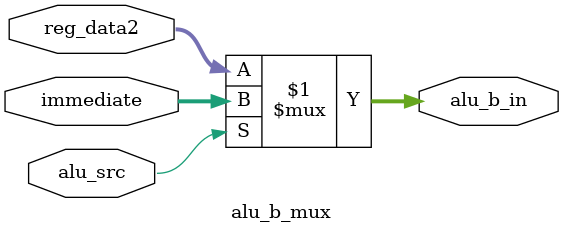
<source format=v>
`timescale 1ns / 1ps

module alu_b_mux (
    input  [15:0] reg_data2,
    input  [15:0] immediate,
    input         alu_src,    // 0=reg, 1=imm
    output [15:0] alu_b_in
);
    assign alu_b_in = alu_src ? immediate : reg_data2;
endmodule

</source>
